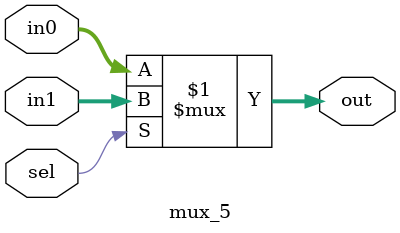
<source format=v>
module mux_5 (
    input [4:0] in0, in1,
    input sel,
    output [4:0] out
);

assign out = (sel) ? in1 : in0;

endmodule
</source>
